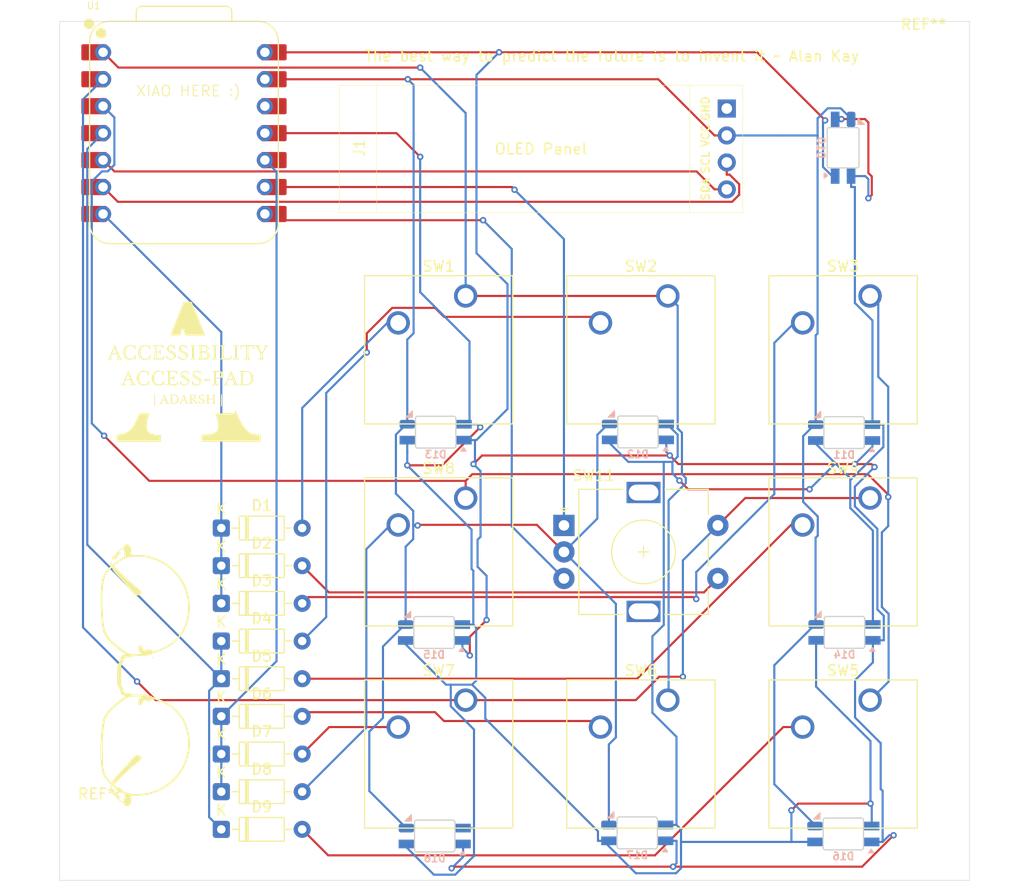
<source format=kicad_pcb>
(kicad_pcb (version 20241229) (generator "pcbnew") (generator_version "9.0")
  (layers (0 "F.Cu" signal) (2 "B.Cu" signal) (13 "F.Paste" user) (15 "B.Paste" user) (5 "F.SilkS" user "F.Silkscreen") (7 "B.SilkS" user "B.Silkscreen") (1 "F.Mask" user) (3 "B.Mask" user) (25 "Edge.Cuts" user))
  (net 0 "")
  (net 1 "+5V")
  (net 2 "GND")
  (net 3 "Net-(D1-A)")
  (net 4 "Row 1")
  (net 5 "EC11SWB")
  (net 6 "Net-(D3-A)")
  (net 7 "Net-(D4-A)")
  (net 8 "unconnected-(U1-3V3-Pad12)")
  (net 9 "Row 0")
  (net 10 "Net-(D5-A)")
  (net 11 "Net-(D6-A)")
  (net 12 "Row 2")
  (net 13 "Net-(D7-A)")
  (net 14 "Net-(D8-A)")
  (net 15 "Net-(D9-A)")
  (net 16 "WS2812B")
  (net 17 "SDA")
  (net 18 "VCC")
  (net 19 "SCL")
  (net 20 "Col 0")
  (net 21 "Col 2")
  (net 22 "Col 1")
  (net 23 "EC11A")
  (net 24 "EC11B")
  (footprint "Diode_THT:D_DO-35_SOD27_P7.62mm_Horizontal" (layer "F.Cu") (at 72.39 108.325)
    (property "Reference" "D8")
    (property "Value" "1N4148WT")
  )
  (footprint "Button_Switch_Keyboard:SW_Cherry_MX_1.00u_PCB" (layer "F.Cu") (at 114.4588 61.595)
    (property "Reference" "SW2")
    (property "Value" "SW_Push_45deg")
  )
  (footprint "MountingHole:MountingHole_3.2mm_M3" (layer "F.Cu") (at 61.022763 112.685612)
    (property "Reference" "REF**")
    (property "Value" "MountingHole_3.2mm_M3")
  )
  (footprint "Diode_THT:D_DO-35_SOD27_P7.62mm_Horizontal" (layer "F.Cu") (at 72.39 83.475)
    (property "Reference" "D1")
    (property "Value" "1N4148WT")
  )
  (footprint "Rotary_Encoder:glasses" (layer "F.Cu") (at 64.762561 97.360783 90)
    (property "Reference" "G***" (hide yes))
    (property "Value" "LOGO" (hide yes))
  )
  (footprint "Diode_THT:D_DO-35_SOD27_P7.62mm_Horizontal" (layer "F.Cu") (at 72.39 97.675)
    (property "Reference" "D5")
    (property "Value" "1N4148WT")
  )
  (footprint "Diode_THT:D_DO-35_SOD27_P7.62mm_Horizontal" (layer "F.Cu") (at 72.39 90.575)
    (property "Reference" "D3")
    (property "Value" "1N4148WT")
  )
  (footprint "Diode_THT:D_DO-35_SOD27_P7.62mm_Horizontal" (layer "F.Cu") (at 72.39 101.225)
    (property "Reference" "D6")
    (property "Value" "1N4148WT")
  )
  (footprint "Button_Switch_Keyboard:SW_Cherry_MX_1.00u_PCB" (layer "F.Cu") (at 133.5088 61.595)
    (property "Reference" "SW3")
    (property "Value" "SW_Push_45deg")
  )
  (footprint "Button_Switch_Keyboard:SW_Cherry_MX_1.00u_PCB" (layer "F.Cu") (at 95.4088 99.695)
    (property "Reference" "SW7")
    (property "Value" "SW_Push_45deg")
  )
  (footprint "Button_Switch_Keyboard:SW_Cherry_MX_1.00u_PCB" (layer "F.Cu") (at 133.5088 80.645)
    (property "Reference" "SW4")
    (property "Value" "SW_Push_45deg")
  )
  (footprint "Diode_THT:D_DO-35_SOD27_P7.62mm_Horizontal" (layer "F.Cu") (at 72.39 111.875)
    (property "Reference" "D9")
    (property "Value" "1N4148WT")
  )
  (footprint "Diode_THT:D_DO-35_SOD27_P7.62mm_Horizontal" (layer "F.Cu") (at 72.39 87.025)
    (property "Reference" "D2")
    (property "Value" "1N4148WT")
  )
  (footprint "Diode_THT:D_DO-35_SOD27_P7.62mm_Horizontal" (layer "F.Cu") (at 72.39 94.125)
    (property "Reference" "D4")
    (property "Value" "1N4148WT")
  )
  (footprint "Library:SSD1306-0.91-OLED-4pin-128x32" (layer "F.Cu") (at 83.5088 41.74)
    (property "Reference" "J1")
    (property "Value" "OLED_DISPLAY")
  )
  (footprint "OPL:XIAO-RP2040-DIP" (layer "F.Cu") (at 68.8728 46.2495)
    (property "Reference" "U1")
    (property "Value" "XIAO-RP2040-DIP")
  )
  (footprint "MountingHole:MountingHole_3.2mm_M3" (layer "F.Cu") (at 138.552836 40.150997)
    (property "Reference" "REF**")
    (property "Value" "MountingHole_3.2mm_M3")
  )
  (footprint "Button_Switch_Keyboard:SW_Cherry_MX_1.00u_PCB" (layer "F.Cu") (at 95.4088 61.595)
    (property "Reference" "SW1")
    (property "Value" "SW_Push_45deg")
  )
  (footprint "Rotary_Encoder:betterlogo" (layer "F.Cu") (at 69.05625 66.675)
    (property "Reference" "G***" (hide yes))
    (property "Value" "LOGO" (hide yes))
  )
  (footprint "Button_Switch_Keyboard:SW_Cherry_MX_1.00u_PCB" (layer "F.Cu") (at 114.4588 99.695)
    (property "Reference" "SW6")
    (property "Value" "SW_Push_45deg")
  )
  (footprint "Rotary_Encoder:RotaryEncoder_Alps_EC11E-Switch_Vertical_H20mm" (layer "F.Cu") (at 104.6688 83.225)
    (property "Reference" "SW11")
    (property "Value" "RotaryEncoder_Switch")
  )
  (footprint "Diode_THT:D_DO-35_SOD27_P7.62mm_Horizontal" (layer "F.Cu") (at 72.39 104.775)
    (property "Reference" "D7")
    (property "Value" "1N4148WT")
  )
  (footprint "Button_Switch_Keyboard:SW_Cherry_MX_1.00u_PCB" (layer "F.Cu") (at 95.4088 80.645)
    (property "Reference" "SW8")
    (property "Value" "SW_Push_45deg")
  )
  (footprint "Button_Switch_Keyboard:SW_Cherry_MX_1.00u_PCB" (layer "F.Cu") (at 133.5088 99.695)
    (property "Reference" "SW5")
    (property "Value" "SW_Push_45deg")
  )
  (footprint "Rotary_Encoder:SK6812-MINI-E" (layer "B.Cu") (at 111.6362 74.4151 180)
    (property "Reference" "D12")
    (property "Value" "WS2812B" (hide yes))
    (fp_line (start 1.9 1.3) (end 1.9 -1.3) (stroke (width 0.12)) (layer "Edge.Cuts"))
    (fp_line (start 1.7 -1.5) (end -1.7 -1.5) (stroke (width 0.12)) (layer "Edge.Cuts"))
    (fp_line (start -1.7 1.5) (end 1.7 1.5) (stroke (width 0.12)) (layer "Edge.Cuts"))
    (fp_line (start -1.9 -1.3) (end -1.9 1.3) (stroke (width 0.12)) (layer "Edge.Cuts"))
    (fp_arc (start 1.9 1.3) (mid 1.841421 1.441421) (end 1.7 1.5) (stroke (width 0.12)) (layer "Edge.Cuts"))
    (fp_arc (start 1.7 -1.5) (mid 1.841421 -1.441421) (end 1.9 -1.3) (stroke (width 0.12)) (layer "Edge.Cuts"))
    (fp_arc (start -1.7 1.5) (mid -1.841421 1.441421) (end -1.9 1.3) (stroke (width 0.12)) (layer "Edge.Cuts"))
    (fp_arc (start -1.9 -1.3) (mid -1.841421 -1.441421) (end -1.7 -1.5) (stroke (width 0.12)) (layer "Edge.Cuts"))
  )
  (footprint "Rotary_Encoder:SK6812-MINI-E" (layer "B.Cu") (at 130.9688 47.625 90)
    (property "Reference" "D10")
    (property "Value" "WS2812B" (hide yes))
    (fp_line (start 1.7 -1.5) (end -1.7 -1.5) (stroke (width 0.12)) (layer "Edge.Cuts"))
    (fp_line (start -1.9 -1.3) (end -1.9 1.3) (stroke (width 0.12)) (layer "Edge.Cuts"))
    (fp_line (start 1.9 1.3) (end 1.9 -1.3) (stroke (width 0.12)) (layer "Edge.Cuts"))
    (fp_line (start -1.7 1.5) (end 1.7 1.5) (stroke (width 0.12)) (layer "Edge.Cuts"))
    (fp_arc (start 1.7 -1.5) (mid 1.841421 -1.441421) (end 1.9 -1.3) (stroke (width 0.12)) (layer "Edge.Cuts"))
    (fp_arc (start -1.9 -1.3) (mid -1.841421 -1.441421) (end -1.7 -1.5) (stroke (width 0.12)) (layer "Edge.Cuts"))
    (fp_arc (start 1.9 1.3) (mid 1.841421 1.441421) (end 1.7 1.5) (stroke (width 0.12)) (layer "Edge.Cuts"))
    (fp_arc (start -1.7 1.5) (mid -1.841421 1.441421) (end -1.9 1.3) (stroke (width 0.12)) (layer "Edge.Cuts"))
  )
  (footprint "Rotary_Encoder:SK6812-MINI-E" (layer "B.Cu") (at 131.0979 93.3077 180)
    (property "Reference" "D14")
    (property "Value" "WS2812B" (hide yes))
    (fp_line (start 1.9 1.3) (end 1.9 -1.3) (stroke (width 0.12)) (layer "Edge.Cuts"))
    (fp_line (start 1.7 -1.5) (end -1.7 -1.5) (stroke (width 0.12)) (layer "Edge.Cuts"))
    (fp_line (start -1.7 1.5) (end 1.7 1.5) (stroke (width 0.12)) (layer "Edge.Cuts"))
    (fp_line (start -1.9 -1.3) (end -1.9 1.3) (stroke (width 0.12)) (layer "Edge.Cuts"))
    (fp_arc (start 1.9 1.3) (mid 1.841421 1.441421) (end 1.7 1.5) (stroke (width 0.12)) (layer "Edge.Cuts"))
    (fp_arc (start 1.7 -1.5) (mid 1.841421 -1.441421) (end 1.9 -1.3) (stroke (width 0.12)) (layer "Edge.Cuts"))
    (fp_arc (start -1.7 1.5) (mid -1.841421 1.441421) (end -1.9 1.3) (stroke (width 0.12)) (layer "Edge.Cuts"))
    (fp_arc (start -1.9 -1.3) (mid -1.841421 -1.441421) (end -1.7 -1.5) (stroke (width 0.12)) (layer "Edge.Cuts"))
  )
  (footprint "Rotary_Encoder:SK6812-MINI-E" (layer "B.Cu") (at 92.4298 93.3209 180)
    (property "Reference" "D15")
    (property "Value" "WS2812B" (hide yes))
    (fp_line (start 1.9 1.3) (end 1.9 -1.3) (stroke (width 0.12)) (layer "Edge.Cuts"))
    (fp_line (start 1.7 -1.5) (end -1.7 -1.5) (stroke (width 0.12)) (layer "Edge.Cuts"))
    (fp_line (start -1.7 1.5) (end 1.7 1.5) (stroke (width 0.12)) (layer "Edge.Cuts"))
    (fp_line (start -1.9 -1.3) (end -1.9 1.3) (stroke (width 0.12)) (layer "Edge.Cuts"))
    (fp_arc (start 1.9 1.3) (mid 1.841421 1.441421) (end 1.7 1.5) (stroke (width 0.12)) (layer "Edge.Cuts"))
    (fp_arc (start 1.7 -1.5) (mid 1.841421 -1.441421) (end 1.9 -1.3) (stroke (width 0.12)) (layer "Edge.Cuts"))
    (fp_arc (start -1.7 1.5) (mid -1.841421 1.441421) (end -1.9 1.3) (stroke (width 0.12)) (layer "Edge.Cuts"))
    (fp_arc (start -1.9 -1.3) (mid -1.841421 -1.441421) (end -1.7 -1.5) (stroke (width 0.12)) (layer "Edge.Cuts"))
  )
  (footprint "Rotary_Encoder:SK6812-MINI-E" (layer "B.Cu") (at 92.584 74.4374 180)
    (property "Reference" "D13")
    (property "Value" "WS2812B" (hide yes))
    (fp_line (start 1.9 1.3) (end 1.9 -1.3) (stroke (width 0.12)) (layer "Edge.Cuts"))
    (fp_line (start 1.7 -1.5) (end -1.7 -1.5) (stroke (width 0.12)) (layer "Edge.Cuts"))
    (fp_line (start -1.7 1.5) (end 1.7 1.5) (stroke (width 0.12)) (layer "Edge.Cuts"))
    (fp_line (start -1.9 -1.3) (end -1.9 1.3) (stroke (width 0.12)) (layer "Edge.Cuts"))
    (fp_arc (start 1.9 1.3) (mid 1.841421 1.441421) (end 1.7 1.5) (stroke (width 0.12)) (layer "Edge.Cuts"))
    (fp_arc (start 1.7 -1.5) (mid 1.841421 -1.441421) (end 1.9 -1.3) (stroke (width 0.12)) (layer "Edge.Cuts"))
    (fp_arc (start -1.7 1.5) (mid -1.841421 1.441421) (end -1.9 1.3) (stroke (width 0.12)) (layer "Edge.Cuts"))
    (fp_arc (start -1.9 -1.3) (mid -1.841421 -1.441421) (end -1.7 -1.5) (stroke (width 0.12)) (layer "Edge.Cuts"))
  )
  (footprint "Rotary_Encoder:SK6812-MINI-E" (layer "B.Cu") (at 111.5753 112.2064 180)
    (property "Reference" "D17")
    (property "Value" "WS2812B" (hide yes))
    (fp_line (start 1.9 1.3) (end 1.9 -1.3) (stroke (width 0.12)) (layer "Edge.Cuts"))
    (fp_line (start 1.7 -1.5) (end -1.7 -1.5) (stroke (width 0.12)) (layer "Edge.Cuts"))
    (fp_line (start -1.7 1.5) (end 1.7 1.5) (stroke (width 0.12)) (layer "Edge.Cuts"))
    (fp_line (start -1.9 -1.3) (end -1.9 1.3) (stroke (width 0.12)) (layer "Edge.Cuts"))
    (fp_arc (start 1.9 1.3) (mid 1.841421 1.441421) (end 1.7 1.5) (stroke (width 0.12)) (layer "Edge.Cuts"))
    (fp_arc (start 1.7 -1.5) (mid 1.841421 -1.441421) (end 1.9 -1.3) (stroke (width 0.12)) (layer "Edge.Cuts"))
    (fp_arc (start -1.7 1.5) (mid -1.841421 1.441421) (end -1.9 1.3) (stroke (width 0.12)) (layer "Edge.Cuts"))
    (fp_arc (start -1.9 -1.3) (mid -1.841421 -1.441421) (end -1.7 -1.5) (stroke (width 0.12)) (layer "Edge.Cuts"))
  )
  (footprint "Rotary_Encoder:SK6812-MINI-E" (layer "B.Cu") (at 130.9903 112.3105 180)
    (property "Reference" "D16")
    (property "Value" "WS2812B" (hide yes))
    (fp_line (start 1.9 1.3) (end 1.9 -1.3) (stroke (width 0.12)) (layer "Edge.Cuts"))
    (fp_line (start 1.7 -1.5) (end -1.7 -1.5) (stroke (width 0.12)) (layer "Edge.Cuts"))
    (fp_line (start -1.7 1.5) (end 1.7 1.5) (stroke (width 0.12)) (layer "Edge.Cuts"))
    (fp_line (start -1.9 -1.3) (end -1.9 1.3) (stroke (width 0.12)) (layer "Edge.Cuts"))
    (fp_arc (start 1.9 1.3) (mid 1.841421 1.441421) (end 1.7 1.5) (stroke (width 0.12)) (layer "Edge.Cuts"))
    (fp_arc (start 1.7 -1.5) (mid 1.841421 -1.441421) (end 1.9 -1.3) (stroke (width 0.12)) (layer "Edge.Cuts"))
    (fp_arc (start -1.7 1.5) (mid -1.841421 1.441421) (end -1.9 1.3) (stroke (width 0.12)) (layer "Edge.Cuts"))
    (fp_arc (start -1.9 -1.3) (mid -1.841421 -1.441421) (end -1.7 -1.5) (stroke (width 0.12)) (layer "Edge.Cuts"))
  )
  (footprint "Rotary_Encoder:SK6812-MINI-E" (layer "B.Cu") (at 92.4943 112.5043 180)
    (property "Reference" "D18")
    (property "Value" "WS2812B" (hide yes))
    (fp_line (start 1.9 1.3) (end 1.9 -1.3) (stroke (width 0.12)) (layer "Edge.Cuts"))
    (fp_line (start 1.7 -1.5) (end -1.7 -1.5) (stroke (width 0.12)) (layer "Edge.Cuts"))
    (fp_line (start -1.7 1.5) (end 1.7 1.5) (stroke (width 0.12)) (layer "Edge.Cuts"))
    (fp_line (start -1.9 -1.3) (end -1.9 1.3) (stroke (width 0.12)) (layer "Edge.Cuts"))
    (fp_arc (start 1.9 1.3) (mid 1.841421 1.441421) (end 1.7 1.5) (stroke (width 0.12)) (layer "Edge.Cuts"))
    (fp_arc (start 1.7 -1.5) (mid 1.841421 -1.441421) (end 1.9 -1.3) (stroke (width 0.12)) (layer "Edge.Cuts"))
    (fp_arc (start -1.7 1.5) (mid -1.841421 1.441421) (end -1.9 1.3) (stroke (width 0.12)) (layer "Edge.Cuts"))
    (fp_arc (start -1.9 -1.3) (mid -1.841421 -1.441421) (end -1.7 -1.5) (stroke (width 0.12)) (layer "Edge.Cuts"))
  )
  (footprint "Rotary_Encoder:SK6812-MINI-E" (layer "B.Cu") (at 131.0591 74.4739 180)
    (property "Reference" "D11")
    (property "Value" "WS2812B" (hide yes))
    (fp_line (start 1.9 1.3) (end 1.9 -1.3) (stroke (width 0.12)) (layer "Edge.Cuts"))
    (fp_line (start 1.7 -1.5) (end -1.7 -1.5) (stroke (width 0.12)) (layer "Edge.Cuts"))
    (fp_line (start -1.7 1.5) (end 1.7 1.5) (stroke (width 0.12)) (layer "Edge.Cuts"))
    (fp_line (start -1.9 -1.3) (end -1.9 1.3) (stroke (width 0.12)) (layer "Edge.Cuts"))
    (fp_arc (start 1.9 1.3) (mid 1.841421 1.441421) (end 1.7 1.5) (stroke (width 0.12)) (layer "Edge.Cuts"))
    (fp_arc (start 1.7 -1.5) (mid 1.841421 -1.441421) (end 1.9 -1.3) (stroke (width 0.12)) (layer "Edge.Cuts"))
    (fp_arc (start -1.7 1.5) (mid -1.841421 1.441421) (end -1.9 1.3) (stroke (width 0.12)) (layer "Edge.Cuts"))
    (fp_arc (start -1.9 -1.3) (mid -1.841421 -1.441421) (end -1.7 -1.5) (stroke (width 0.12)) (layer "Edge.Cuts"))
  )
  (gr_rect (start 57.15 35.71875) (end 142.875 116.68125) (stroke (width 0.05)) (fill no) (layer "Edge.Cuts"))
  (gr_text "The best way to predict the future is to invent it ~ Alan Kay" (at 85.798527 39.569173 0) (layer "F.SilkS") (effects (font (size 1 1)) (justify left bottom)))
  (gr_text "XIAO HERE :)" (at 64.29375 42.8625 0) (layer "F.SilkS") (effects (font (size 1 1) (thickness 0.1)) (justify left bottom)))
  (segment (start 129.2641 45.0225) (end 129.2625 45.0225) (width 0.2) (layer "F.Cu") (net 1))
  (segment (start 114.9495 115.3938) (end 94.2415 115.3938) (width 0.2) (layer "F.Cu") (net 1))
  (segment (start 129.2657 45.0241) (end 129.2657 45.0257) (width 0.2) (layer "F.Cu") (net 1))
  (segment (start 129.2689 45.0337) (end 129.2689 45.0353) (width 0.2) (layer "F.Cu") (net 1))
  (segment (start 129.2721 45.0481) (end 129.2721 45.0465) (width 0.2) (layer "F.Cu") (net 1))
  (segment (start 129.2673 45.0321) (end 129.2673 45.0337) (width 0.2) (layer "F.Cu") (net 1))
  (segment (start 94.2415 115.3938) (end 94.089 115.5463) (width 0.2) (layer "F.Cu") (net 1))
  (segment (start 129.2705 45.0353) (end 129.2705 45.0369) (width 0.2) (layer "F.Cu") (net 1))
  (segment (start 129.2657 45.0257) (end 129.2657 45.0273) (width 0.2) (layer "F.Cu") (net 1))
  (segment (start 129.2657 45.0241) (end 129.2657 45.0257) (width 0.2) (layer "F.Cu") (net 1))
  (segment (start 129.2737 45.0465) (end 129.2721 45.0465) (width 0.2) (layer "F.Cu") (net 1))
  (segment (start 129.2689 45.0353) (end 129.2705 45.0353) (width 0.2) (layer "F.Cu") (net 1))
  (segment (start 115.4499 77.4458) (end 132.0784 77.4458) (width 0.2) (layer "F.Cu") (net 1))
  (segment (start 129.2721 45.0481) (end 129.2721 45.0497) (width 0.2) (layer "F.Cu") (net 1))
  (segment (start 129.2657 45.0289) (end 129.2673 45.0289) (width 0.2) (layer "F.Cu") (net 1))
  (segment (start 129.2641 45.0241) (end 129.2641 45.0257) (width 0.2) (layer "F.Cu") (net 1))
  (segment (start 129.2705 45.0353) (end 129.2721 45.0353) (width 0.2) (layer "F.Cu") (net 1))
  (segment (start 129.2705 45.0385) (end 129.2721 45.0385) (width 0.2) (layer "F.Cu") (net 1))
  (segment (start 129.2689 45.0353) (end 129.2689 45.0337) (width 0.2) (layer "F.Cu") (net 1))
  (segment (start 129.2625 45.0225) (end 122.8695 38.6295) (width 0.2) (layer "F.Cu") (net 1))
  (segment (start 129.2673 45.0337) (end 129.2673 45.0321) (width 0.2) (layer "F.Cu") (net 1))
  (segment (start 95.8003 93.7235) (end 95.8003 95.4855) (width 0.2) (layer "F.Cu") (net 1))
  (segment (start 94.089 115.5463) (end 94.0875 115.5463) (width 0.2) (layer "F.Cu") (net 1))
  (segment (start 129.2641 45.0257) (end 129.2641 45.0241) (width 0.2) (layer "F.Cu") (net 1))
  (segment (start 129.2673 45.0289) (end 129.2673 45.0305) (width 0.2) (layer "F.Cu") (net 1))
  (segment (start 129.2721 45.0385) (end 129.2721 45.0401) (width 0.2) (layer "F.Cu") (net 1))
  (segment (start 129.2689 45.0369) (end 129.2689 45.0353) (width 0.2) (layer "F.Cu") (net 1))
  (segment (start 129.2673 45.0321) (end 129.2689 45.0321) (width 0.2) (layer "F.Cu") (net 1))
  (segment (start 129.2721 45.0433) (end 129.2721 45.0449) (width 0.2) (layer "F.Cu") (net 1))
  (segment (start 129.2641 45.0241) (end 129.2657 45.0241) (width 0.2) (layer "F.Cu") (net 1))
  (segment (start 135.7207 112.4329) (end 132.7598 115.3938) (width 0.2) (layer "F.Cu") (net 1))
  (segment (start 129.2721 45.0353) (end 129.2705 45.0353) (width 0.2) (layer "F.Cu") (net 1))
  (segment (start 129.2657 45.0273) (end 129.2657 45.0257) (width 0.2) (layer "F.Cu") (net 1))
  (segment (start 122.8695 38.6295) (end 98.5576 38.6295) (width 0.2) (layer "F.Cu") (net 1))
  (segment (start 129.2641 45.0225) (end 129.2641 45.0241) (width 0.2) (layer "F.Cu") (net 1))
  (segment (start 76.4928 38.6295) (end 77.3278 38.6295) (width 0.2) (layer "F.Cu") (net 1))
  (segment (start 129.2721 45.0385) (end 129.2705 45.0385) (width 0.2) (layer "F.Cu") (net 1))
  (segment (start 129.2657 45.0289) (end 129.2673 45.0289) (width 0.2) (layer "F.Cu") (net 1))
  (segment (start 129.2721 45.0449) (end 129.2721 45.0433) (width 0.2) (layer "F.Cu") (net 1))
  (segment (start 129.2721 45.0401) (end 129.2721 45.0417) (width 0.2) (layer "F.Cu") (net 1))
  (segment (start 129.2657 45.0257) (end 129.2657 45.0241) (width 0.2) (layer "F.Cu") (net 1))
  (segment (start 129.2657 45.0273) (end 129.2657 45.0289) (width 0.2) (layer "F.Cu") (net 1))
  (segment (start 129.2689 45.0337) (end 129.2689 45.0321) (width 0.2) (layer "F.Cu") (net 1))
  (segment (start 129.2673 45.0321) (end 129.2689 45.0321) (width 0.2) (layer "F.Cu") (net 1))
  (segment (start 129.2689 45.0321) (end 129.2689 45.0337) (width 0.2) (layer "F.Cu") (net 1))
  (segment (start 129.2625 45.0225) (end 129.2641 45.0225) (width 0.2) (layer "F.Cu") (net 1))
  (segment (start 129.2673 45.0289) (end 129.2673 45.0305) (width 0.2) (layer "F.Cu") (net 1))
  (segment (start 96.9558 76.6346) (end 114.6387 76.6346) (width 0.2) (layer "F.Cu") (net 1))
  (segment (start 129.2673 45.0289) (end 129.2657 45.0289) (width 0.2) (layer "F.Cu") (net 1))
  (segment (start 94.0875 115.5462) (end 94.0875 115.5463) (width 0.2) (layer "F.Cu") (net 1))
  (segment (start 129.2721 45.0465) (end 129.2737 45.0465) (width 0.2) (layer "F.Cu") (net 1))
  (segment (start 129.2705 45.0353) (end 129.2705 45.0369) (width 0.2) (layer "F.Cu") (net 1))
  (segment (start 129.2673 45.0305) (end 129.2689 45.0305) (width 0.2) (layer "F.Cu") (net 1))
  (segment (start 129.2657 45.0289) (end 129.2657 45.0273) (width 0.2) (layer "F.Cu") (net 1))
  (segment (start 129.2705 45.0385) (end 129.2705 45.0369) (width 0.2) (layer "F.Cu") (net 1))
  (segment (start 129.2705 45.0369) (end 129.2705 45.0385) (width 0.2) (layer "F.Cu") (net 1))
  (segment (start 133.6457 77.4458) (end 133.9241 77.7242) (width 0.2) (layer "F.Cu") (net 1))
  (segment (start 129.2673 45.0305) (end 129.2673 45.0289) (width 0.2) (layer "F.Cu") (net 1))
  (segment (start 129.2673 45.0321) (end 129.2673 45.0305) (width 0.2) (layer "F.Cu") (net 1))
  (segment (start 129.2657 45.0273) (end 129.2673 45.0273) (width 0.2) (layer "F.Cu") (net 1))
  (segment (start 129.2657 45.0241) (end 129.2673 45.0241) (width 0.2) (layer "F.Cu") (net 1))
  (segment (start 96.1446 77.4458) (end 96.9558 76.6346) (width 0.2) (layer "F.Cu") (net 1))
  (segment (start 129.2689 45.0353) (end 129.2689 45.0369) (width 0.2) (layer "F.Cu") (net 1))
  (segment (start 129.2721 45.0401) (end 129.2737 45.0401) (width 0.2) (layer "F.Cu") (net 1))
  (segment (start 129.2721 45.0497) (end 129.2721 45.0481) (width 0.2) (layer "F.Cu") (net 1))
  (segment (start 129.2657 45.0257) (end 129.2657 45.0273) (width 0.2) (layer "F.Cu") (net 1))
  (segment (start 129.2705 45.0401) (end 129.2705 45.0385) (width 0.2) (layer "F.Cu") (net 1))
  (segment (start 129.2721 45.0481) (end 129.2737 45.0481) (width 0.2) (layer "F.Cu") (net 1))
  (segment (start 129.2641 45.0241) (end 129.2641 45.0225) (width 0.2) (layer "F.Cu") (net 1))
  (segment (start 129.2673 45.0273) (end 129.2657 45.0273) (width 0.2) (layer "F.Cu") (net 1))
  (segment (start 129.2721 45.0385) (end 129.2721 45.0401) (width 0.2) (layer "F.Cu") (net 1))
  (segment (start 129.2721 45.0465) (end 129.2721 45.0481) (width 0.2) (layer "F.Cu") (net 1))
  (segment (start 129.2689 45.0337) (end 129.2705 45.0337) (width 0.2) (layer "F.Cu") (net 1))
  (segment (start 132.7598 115.3938) (end 114.9495 115.3938) (width 0.2) (layer "F.Cu") (net 1))
  (segment (start 129.2705 45.0385) (end 129.2721 45.0385) (width 0.2) (layer "F.Cu") (net 1))
  (segment (start 129.2721 45.0417) (end 129.2721 45.0433) (width 0.2) (layer "F.Cu") (net 1))
  (segment (start 129.2737 45.0481) (end 129.2721 45.0481) (width 0.2) (layer "F.Cu") (net 1))
  (segment (start 129.2625 45.0225) (end 129.2641 45.0225) (width 0.2) (layer "F.Cu") (net 1))
  (segment (start 129.2705 45.0353) (end 129.2689 45.0353) (width 0.2) (layer "F.Cu") (net 1))
  (segment (start 129.2641 45.0225) (end 129.2641 45.0241) (width 0.2) (layer "F.Cu") (net 1))
  (segment (start 129.2705 45.0369) (end 129.2705 45.0353) (width 0.2) (layer "F.Cu") (net 1))
  (segment (start 129.2721 45.0465) (end 129.2721 45.0449) (width 0.2) (layer "F.Cu") (net 1))
  (segment (start 129.2657 45.0289) (end 129.2657 45.0305) (width 0.2) (layer "F.Cu") (net 1))
  (segment (start 114.6387 76.6346) (end 115.4499 77.4458) (width 0.2) (layer "F.Cu") (net 1))
  (segment (start 129.2721 45.0433) (end 129.2721 45.0417) (width 0.2) (layer "F.Cu") (net 1))
  (segment (start 132.0784 77.4458) (end 133.6457 77.4458) (width 0.2) (layer "F.Cu") (net 1))
  (segment (start 129.2689 45.0321) (end 129.2689 45.0337) (width 0.2) (layer "F.Cu") (net 1))
  (segment (start 129.2673 45.0257) (end 129.2657 45.0257) (width 0.2) (layer "F.Cu") (net 1))
  (segment (start 97.3818 92.142) (end 95.8003 93.7235) (width 0.2) (layer "F.Cu") (net 1))
  (segment (start 129.2689 45.0337) (end 129.2689 45.0353) (width 0.2) (layer "F.Cu") (net 1))
  (segment (start 129.2705 45.0337) (end 129.2689 45.0337) (width 0.2) (layer "F.Cu") (net 1))
  (segment (start 129.2721 45.0449) (end 129.2721 45.0465) (width 0.2) (layer "F.Cu") (net 1))
  (segment (start 129.2673 45.0305) (end 129.2673 45.0321) (width 0.2) (layer "F.Cu") (net 1))
  (segment (start 129.2721 45.0417) (end 129.2721 45.0433) (width 0.2) (layer "F.Cu") (net 1))
  (segment (start 129.2673 45.0241) (end 129.2657 45.0241) (width 0.2) (layer "F.Cu") (net 1))
  (segment (start 129.2689 45.0305) (end 129.2673 45.0305) (width 0.2) (layer "F.Cu") (net 1))
  (segment (start 129.2673 45.0305) (end 129.2673 45.0321) (width 0.2) (layer "F.Cu") (net 1))
  (segment (start 129.2689 45.0321) (end 129.2673 45.0321) (width 0.2) (layer "F.Cu") (net 1))
  (segment (start 129.2721 45.0433) (end 129.2721 45.0449) (width 0.2) (layer "F.Cu") (net 1))
  (segment (start 129.2721 45.0401) (end 129.2721 45.0417) (width 0.2) (layer "F.Cu") (net 1))
  (segment (start 77.3278 38.6295) (end 98.5576 38.6295) (width 0.2) (layer "F.Cu") (net 1))
  (segment (start 129.2657 45.0305) (end 129.2657 45.0289) (width 0.2) (layer "F.Cu") (net 1))
  (segment (start 129.2721 45.0401) (end 129.2721 45.0385) (width 0.2) (layer "F.Cu") (net 1))
  (segment (start 129.2737 45.0401) (end 129.2721 45.0401) (width 0.2) (layer "F.Cu") (net 1))
  (segment (start 129.2705 45.0369) (end 129.2705 45.0385) (width 0.2) (layer "F.Cu") (net 1))
  (segment (start 94.0875 115.5463) (end 94.0875 115.5462) (width 0.2) (layer "F.Cu") (net 1))
  (segment (start 129.2721 45.0465) (end 129.2721 45.0481) (width 0.2) (layer "F.Cu") (net 1))
  (segment (start 129.2705 45.0385) (end 129.2705 45.0401) (width 0.2) (layer "F.Cu") (net 1))
  (segment (start 129.2657 45.0257) (end 129.2673 45.0257) (width 0.2) (layer "F.Cu") (net 1))
  (segment (start 129.2721 45.0417) (end 129.2721 45.0401) (width 0.2) (layer "F.Cu") (net 1))
  (segment (start 129.2689 45.0353) (end 129.2705 45.0353) (width 0.2) (layer "F.Cu") (net 1))
  (segment (start 129.2657 45.0273) (end 129.2657 45.0289) (width 0.2) (layer "F.Cu") (net 1))
  (segment (start 129.2721 45.0449) (end 129.2721 45.0465) (width 0.2) (layer "F.Cu") (net 1))
  (via (at 96.1446 77.4458) (size 0.6) (drill 0.3) (layers "F.Cu" "B.Cu") (net 1))
  (via (at 129.2721 45.0481) (size 0.6) (drill 0.3) (layers "F.Cu" "B.Cu") (net 1))
  (via (at 132.0784 77.4458) (size 0.6) (drill 0.3) (layers "F.Cu" "B.Cu") (net 1))
  (via (at 98.5576 38.6295) (size 0.6) (drill 0.3) (layers "F.Cu" "B.Cu") (net 1))
  (via (at 94.0875 115.5463) (size 0.6) (drill 0.3) (layers "F.Cu" "B.Cu") (net 1))
  (via (at 133.9241 77.7242) (size 0.6) (drill 0.3) (layers "F.Cu" "B.Cu") (net 1))
  (via (at 135.7207 112.4329) (size 0.6) (drill 0.3) (layers "F.Cu" "B.Cu") (net 1))
  (via (at 97.3818 92.142) (size 0.6) (drill 0.3) (layers "F.Cu" "B.Cu") (net 1))
  (via (at 114.6387 76.6346) (size 0.6) (drill 0.3) (layers "F.Cu" "B.Cu") (net 1))
  (via (at 114.9495 115.3938) (size 0.6) (drill 0.3) (layers "F.Cu" "B.Cu") (net 1))
  (via (at 95.8003 95.4855) (size 0.6) (drill 0.3) (layers "F.Cu" "B.Cu") (net 1))
  (segment (start 129.2721 45.0497) (end 129.2721 45.0481) (width 0.2) (layer "B.Cu") (net 1))
  (segment (start 129.2721 45.0385) (end 129.2721 45.0401) (width 0.2) (layer "B.Cu") (net 1))
  (segment (start 135.3196 112.4329) (end 134.692 113.0605) (width 0.2) (layer "B.Cu") (net 1))
  (segment (start 99.3505 60.4853) (end 96.4278 57.5626) (width 0.2) (layer "B.Cu") (net 1))
  (segment (start 129.2689 45.0337) (end 129.2689 45.0353) (width 0.2) (layer "B.Cu") (net 1))
  (segment (start 129.2705 45.0353) (end 129.2721 45.0353) (width 0.2) (layer "B.Cu") (net 1))
  (segment (start 133.7341 75.2239) (end 133.7341 75.7901) (width 0.2) (layer "B.Cu") (net 1))
  (segment (start 134.1967 83.5486) (end 134.1967 91.1467) (width 0.2) (layer "B.Cu") (net 1))
  (segment (start 134.7996 91.7496) (end 134.7996 94.0577) (width 0.2) (layer "B.Cu") (net 1))
  (segment (start 97.3818 87.9753) (end 97.3818 92.142) (width 0.2) (layer "B.Cu") (net 1))
  (segment (start 129.2721 45.0481) (end 129.2737 45.0481) (width 0.2) (layer "B.Cu") (net 1))
  (segment (start 134.5086 108.0661) (end 134.5086 103.7503) (width 0.2) (layer "B.Cu") (net 1))
  (segment (start 96.1446 77.4458) (end 96.8124 78.1136) (width 0.2) (layer "B.Cu") (net 1))
  (segment (start 129.0747 45.2103) (end 129.0747 49.4378) (width 0.2) (layer "B.Cu") (net 1))
  (segment (start 129.2657 45.0273) (end 129.2657 45.0257) (width 0.2) (layer "B.Cu") (net 1))
  (segment (start 129.2657 45.0241) (end 129.2657 45.0257) (width 0.2) (layer "B.Cu") (net 1))
  (segment (start 129.2721 45.0449) (end 129.2721 45.0433) (width 0.2) (layer "B.Cu") (net 1))
  (segment (start 115.277 112.9564) (end 115.277 115.0663) (width 0.2) (layer "B.Cu") (net 1))
  (segment (start 129.2721 45.0465) (end 129.2721 45.0481) (width 0.2) (layer "B.Cu") (net 1))
  (segment (start 129.2625 45.0225) (end 129.0747 45.2103) (width 0.2) (layer "B.Cu") (net 1))
  (segment (start 129.2721 45.0417) (end 129.2721 45.0433) (width 0.2) (layer "B.Cu") (net 1))
  (segment (start 134.692 113.0605) (end 134.692 108.2495) (width 0.2) (layer "B.Cu") (net 1))
  (segment (start 129.2689 45.0321) (end 129.2673 45.0321) (width 0.2) (layer "B.Cu") (net 1))
  (segment (start 129.2705 45.0401) (end 129.2705 45.0385) (width 0.2) (layer "B.Cu") (net 1))
  (segment (start 132.0933 101.335) (end 132.0933 97.817) (width 0.2) (layer "B.Cu") (net 1))
  (segment (start 129.2657 45.0257) (end 129.2673 45.0257) (width 0.2) (layer "B.Cu") (net 1))
  (segment (start 94.0875 115.5462) (end 94.0875 115.5463) (width 0.2) (layer "B.Cu") (net 1))
  (segment (start 129.2673 45.0337) (end 129.2673 45.0321) (width 0.2) (layer "B.Cu") (net 1))
  (segment (start 129.2673 45.0289) (end 129.2657 45.0289) (width 0.2) (layer "B.Cu") (net 1))
  (segment (start 129.2721 45.0401) (end 129.2721 45.0417) (width 0.2) (layer "B.Cu") (net 1))
  (segment (start 129.2641 45.0225) (end 129.2641 45.0241) (width 0.2) (layer "B.Cu") (net 1))
  (segment (start 129.2689 45.0337) (end 129.2705 45.0337) (width 0.2) (layer "B.Cu") (net 1))
  (segment (start 129.2641 45.0225) (end 129.2641 45.0241) (width 0.2) (layer "B.Cu") (net 1))
  (segment (start 95.8003 95.4855) (end 95.1048 94.79) (width 0.2) (layer "B.Cu") (net 1))
  (segment (start 129.2689 45.0337) (end 129.2689 45.0321) (width 0.2) (layer "B.Cu") (net 1))
  (segment (start 129.2705 45.0369) (end 129.2705 45.0385) (width 0.2) (layer "B.Cu") (net 1))
  (segment (start 129.2721 45.0465) (end 129.2721 45.0481) (width 0.2) (layer "B.Cu") (net 1))
  (segment (start 129.2721 45.0481) (end 129.2721 45.0465) (width 0.2) (layer "B.Cu") (net 1))
  (segment (start 129.2705 45.0385) (end 129.2705 45.0369) (width 0.2) (layer "B.Cu") (net 1))
  (segment (start 129.2721 45.0433) (end 129.2721 45.0449) (width 0.2) (layer "B.Cu") (net 1))
  (segment (start 129.2625 45.0225) (end 129.2641 45.0225) (width 0.2) (layer "B.Cu") (net 1))
  (segment (start 129.2689 45.0337) (end 129.2689 45.0353) (width 0.2) (layer "B.Cu") (net 1))
  (segment (start 129.2673 45.0321) (end 129.2673 45.0337) (width 0.2) (layer "B.Cu") (net 1))
  (segment (start 129.2673 45.0321) (end 129.2689 45.0321) (width 0.2) (layer "B.Cu") (net 1))
  (segment (start 129.2721 45.0417) (end 129.2721 45.0433) (width 0.2) (layer "B.Cu") (net 1))
  (segment (start 129.2657 45.0305) (end 129.2657 45.0289) (width 0.2) (layer "B.Cu") (net 1))
  (segment (start 129.2657 45.0257) (end 129.2657 45.0273) (width 0.2) (layer "B.Cu") (net 1))
  (segment (start 133.7729 96.1374) (end 133.7729 94.0577) (width 0.2) (layer "B.Cu") (net 1))
  (segment (start 129.2689 45.0321) (end 129.2689 45.0337) (width 0.2) (layer "B.Cu") (net 1))
  (segment (start 96.4278 40.7593) (end 98.5576 38.6295) (width 0.2) (layer "B.Cu") (net 1))
  (segment (start 96.4278 57.5626) (end 96.4278 40.7593) (width 0.2) (layer "B.Cu") (net 1))
  (segment (start 129.2737 45.0401) (end 129.2721 45.0401) (width 0.2) (layer "B.Cu") (net 1))
  (segment (start 129.2721 45.0465) (end 129.2737 45.0465) (width 0.2) (layer "B.Cu") (net 1))
  (segment (start 129.0747 49.4378) (end 129.9369 50.3) (width 0.2) (layer "B.Cu") (net 1))
  (segment (start 129.2673 45.0321) (end 129.2673 45.0305) (width 0.2) (layer "B.Cu") (net 1))
  (segment (start 129.2689 45.0353) (end 129.2705 45.0353) (width 0.2) (layer "B.Cu") (net 1))
  (segment (start 96.2857 75.1874) (end 96.4183 75.1874) (width 0.2) (layer "B.Cu") (net 1))
  (segment (start 129.2705 45.0369) (end 129.2705 45.0353) (width 0.2) (layer "B.Cu") (net 1))
  (segment (start 94.0875 115.5462) (end 95.1693 114.4644) (width 0.2) (layer "B.Cu") (net 1))
  (segment (start 129.2721 45.0433) (end 129.2721 45.0417) (width 0.2) (layer "B.Cu") (net 1))
  (segment (start 129.2657 45.0289) (end 129.2657 45.0305) (width 0.2) (layer "B.Cu") (net 1))
  (segment (start 129.2673 45.0257) (end 129.2657 45.0257) (width 0.2) (layer "B.Cu") (net 1))
  (segment (start 133.7341 75.7901) (end 132.0784 77.4458) (width 0.2) (layer "B.Cu") (net 1))
  (segment (start 114.6387 76.6346) (end 114.3112 76.3071) (width 0.2) (layer "B.Cu") (net 1))
  (segment (start 129.2705 45.0385) (end 129.2721 45.0385) (width 0.2) (layer "B.Cu") (net 1))
  (segment (start 129.2641 45.0225) (end 129.2625 45.0225) (width 0.2) (layer "B.Cu") (net 1))
  (segment (start 135.7207 112.4329) (end 135.3196 112.4329) (width 0.2) (layer "B.Cu") (net 1))
  (segment (start 134.692 108.2495) (end 134.5086 108.0661) (width 0.2) (layer "B.Cu") (net 1))
  (segment (start 129.2721 45.0385) (end 129.2721 45.0401) (width 0.2) (layer "B.Cu") (net 1))
  (segment (start 132.0767 79.5716) (end 132.0767 81.4286) (width 0.2) (layer "B.Cu") (net 1))
  (segment (start 129.2737 45.0465) (end 129.2721 45.0465) (width 0.2) (layer "B.Cu") (net 1))
  (segment (start 129.2657 45.0241) (end 129.2657 45.0257) (width 0.2) (layer "B.Cu") (net 1))
  (segment (start 95.1048 94.79) (end 95.1048 94.0709) (width 0.2) (layer "B.Cu") (net 1))
  (segment (start 133.9241 77.7242) (end 132.0767 79.5716) (width 0.2) (layer "B.Cu") (net 1))
  (segment (start 129.2657 45.0289) (end 129.2673 45.0289) (width 0.2) (layer "B.Cu") (net 1))
  (segment (start 129.2689 45.0353) (end 129.2705 45.0353) (width 0.2) (layer "B.Cu") (net 1))
  (segment (start 129.2673 45.0289) (end 129.2673 45.0305) (width 0.2) (layer "B.Cu") (net 1))
  (segment (start 129.2721 45.0433) (end 129.2721 45.0449) (width 0.2) (layer "B.Cu") (net 1))
  (segment (start 129.2689 45.0321) (end 129.2689 45.0337) (width 0.2) (layer "B.Cu") (net 1))
  (segment (start 129.2705 45.0385) (end 129.2705 45.0401) (width 0.2) (layer "B.Cu") (net 1))
  (segment (start 129.2625 45.0225) (end 129.2641 45.0225) (width 0.2) (layer "B.Cu") (net 1))
  (segment (start 129.2705 45.0337) (end 129.2689 45.0337) (width 0.2) (layer "B.Cu") (net 1))
  (segment (start 129.2721 45.0353) (end 129.2705 45.0353) (width 0.2) (layer "B.Cu") (net 1))
  (segment (start 132.0767 81.4286) (end 134.1967 83.5486) (width 0.2) (layer "B.Cu") (net 1))
  (segment (start 129.2673 45.0321) (end 129.2689 45.0321) (width 0.2) (layer "B.Cu") (net 1))
  (segment (start 129.2657 45.0289) (end 129.2657 45.0273) (width 0.2) (layer "B.Cu") (net 1))
  (segment (start 129.2737 45.0481) (end 129.2721 45.0481) (width 0.2) (layer "B.Cu") (net 1))
  (segment (start 129.2721 45.0465) (end 129.2721 45.0449) (width 0.2) (layer "B.Cu") (net 1))
  (segment (start 96.5317 84.5721) (end 96.5317 87.1252) (width 0.2) (layer "B.Cu") (net 1))
  (segment (start 129.2657 45.0273) (end 129.2657 45.0289) (width 0.2) (layer "B.Cu") (net 1))
  (segment (start 129.2657 45.0257) (end 129.2657 45.0273) (width 0.2) (layer "B.Cu") (net 1))
  (segment (start 129.2689 45.0305) (end 129.2673 45.0305) (width 0.2) (layer "B.Cu") (net 1))
  (segment (start 129.2705 45.0353) (end 129.2705 45.0369) (width 0.2) (layer "B.Cu") (net 1))
  (segment (start 96.8124 84.2914) (end 96.5317 84.5721) (width 0.2) (layer "B.Cu") (net 1))
  (segment (start 129.2657 45.0257) (end 129.2657 45.0241) (width 0.2) (layer "B.Cu") (net 1))
  (segment (start 114.3112 76.3071) (end 114.3112 75.1651) (width 0.2) (layer "B.Cu") (net 1))
  (segment (start 129.2657 45.0273) (end 129.2657 45.0289) (width 0.2) (layer "B.Cu") (net 1))
  (segment (start 129.2657 45.0241) (end 129.2673 45.0241) (width 0.2) (layer "B.Cu") (net 1))
  (segment (start 129.2673 45.0305) (end 129.2673 45.0321) (width 0.2) (layer "B.Cu") (net 1))
  (segment (start 129.2641 45.0257) (end 129.2641 45.0241) (width 0.2) (layer "B.Cu") (net 1))
  (segment (start 96.8124 78.1136) (end 96.8124 84.2914) (width 0.2) (layer "B.Cu") (net 1))
  (segment (start 129.2721 45.0449) (end 129.2721 45.0465) (width 0.2) (layer "B.Cu") (net 1))
  (segment (start 129.2705 45.0369) (end 129.2705 45.0385) (width 0.2) (layer "B.Cu") (net 1))
  (segment (start 134.5086 103.7503) (end 132.0933 101.335) (width 0.2) (layer "B.Cu") (net 1))
  (segment (start 129.2721 45.0401) (end 129.2721 45.0385) (width 0.2) (layer "B.Cu") (net 1))
  (segment (start 129.2705 45.0353) (end 129.2705 45.0369) (width 0.2) (layer "B.Cu") (net 1))
  (segment (start 129.2721 45.0417) (end 129.2721 45.0401) (width 0.2) (layer "B.Cu") (net 1))
  (segment (start 129.2721 45.0401) (end 129.2737 45.0401) (width 0.2) (layer "B.Cu") (net 1))
  (segment (start 96.4183 75.1874) (end 99.3505 72.2552) (width 0.2) (layer "B.Cu") (net 1))
  (segment (start 114.2503 112.9564) (end 115.277 112.9564) (width 0.2) (layer "B.Cu") (net 1))
  (segment (start 129.2721 45.0385) (end 129.2705 45.0385) (width 0.2) (layer "B.Cu") (net 1))
  (segment (start 115.277 115.0663) (end 114.9495 115.3938) (width 0.2) (layer "B.Cu") (net 1))
  (segment (start 129.2641 45.0241) (end 129.2641 45.0225) (width 0.2) (layer "B.Cu") (net 1))
  (segment (start 99.3505 72.2552) (end 99.3505 60.4853) (width 0.2) (layer "B.Cu") (net 1))
  (segment (start 129.2657 45.0289) (end 129.2673 45.0289) (width 0.2) (layer "B.Cu") (net 1))
  (segment (start 133.6653 113.0605) (end 134.692 113.0605) (width 0.2) (layer "B.Cu") (net 1))
  (segment (start 129.2721 45.0449) (end 129.2721 45.0465) (width 0.2) (layer "B.Cu") (net 1))
  (segment (start 95.1693 114.4644) (end 95.1693 113.2543) (width 0.2) (layer "B.Cu") (net 1))
  (segment (start 129.2657 45.0273) (end 129.2673 45.0273) (width 0.2) (layer "B.Cu") (net 1))
  (segment (start 133.7729 94.0577) (end 134.7996 94.0577) (width 0.2) (layer "B.Cu") (net 1))
  (segment (start 129.2689 45.0353) (end 129.2689 45.0369) (width 0.2) (layer "B.Cu") (net 1))
  (segment (start 129.2689 45.0369) (end 129.2689 45.0353) (width 0.2) (layer "B.Cu") (net 1))
  (segment (start 129.2641 45.0241) (end 129.2657 45.0241) (width 0.2) (layer "B.Cu") (net 1))
  (segment (start 129.9369 50.3) (end 130.2188 50.3) (width 0.2) (layer "B.Cu") (net 1))
  (segment (start 96.2857 77.3047) (end 96.1446 77.4458) (width 0.2) (layer "B.Cu") (net 1))
  (segment (start 96.2857 75.1874) (end 96.2857 77.3047) (width 0.2) (layer "B.Cu") (net 1))
  (segment (start 129.2705 45.0385) (end 129.2721 45.0385) (width 0.2) (layer "B.Cu") (net 1))
  (segment (start 132.0933 97.817) (end 133.7729 96.1374) (width 0.2) (layer "B.Cu") (net 1))
  (segment (start 129.2689 45.0353) (end 129.2689 45.0337) (width 0.2) (layer "B.Cu") (net 1))
  (segment (start 129.2705 45.0353) (end 129.2689 45.0353) (width 0.2) (layer "B.Cu") (net 1))
  (segment (start 129.2673 45.0289) (end 129.2673 45.0305) (width 0.2) (layer "B.Cu") (net 1))
  (segment (start 129.2673 45.0305) (end 129.2673 45.0289) (width 0.2) (layer "B.Cu") (net 1))
  (segment (start 129.2673 45.0305) (end 129.2673 45.0321) (width 0.2) (layer "B.Cu") (net 1))
  (segment (start 129.2673 45.0273) (end 129.2657 45.0273) (width 0.2) (layer "B.Cu") (net 1))
  (segment (start 96.5317 87.1252) (end 97.3818 87.9753) (width 0.2) (layer "B.Cu") (net 1))
  (segment (start 129.2673 45.0241) (end 129.2657 45.0241) (width 0.2) (layer "B.Cu") (net 1))
  (segment (start 95.259 75.1874) (end 96.2857 75.1874) (width 0.2) (layer "B.Cu") (net 1))
  (segment (start 129.2721 45.0481) (end 129.2721 45.0497) (width 0.2) (layer "B.Cu") (net 1))
  (segment (start 129.2673 45.0305) (end 129.2689 45.0305) (width 0.2) (layer "B.Cu") (net 1))
  (segment (start 129.2721 45.0401) (end 129.2721 45.0417) (width 0.2) (layer "B.Cu") (net 1))
  (segment (start 129.2641 45.0241) (end 129.2641 45.0257) (width 0.2) (layer "B.Cu") (net 1))
  (segment (start 134.1967 91.1467) (end 134.7996 91.7496) (width 0.2) (layer "B.Cu") (net 1))
  (segment (start 77.3278 41.1695) (end 89.9577 41.1695) (width 0.2) (layer "F.Cu") (net 2))
  (segment (start 113.5566 41.1695) (end 118.8571 46.47) (width 0.2) (layer "F.Cu") (net 2))
  (segment (start 76.4928 41.1695) (end 77.3278 41.1695) (width 0.2) (layer "F.Cu") (net 2))
  (segment (start 89.9577 41.1695) (end 113.5566 41.1695) (width 0.2) (layer "F.Cu") (net 2))
  (segment (start 120.0088 46.47) (end 118.8571 46.47) (width 0.2) (layer "F.Cu") (net 2))
  (segment (start 104.6688 85.725) (end 102.116 83.1722) (width 0.2) (layer "F.Cu") (net 2))
  (segment (start 90.941 83.1722) (end 90.8831 83.2301) (width 0.2) (layer "F.Cu") (net 2))
  (segment (start 102.116 83.1722) (end 90.941 83.1722) (width 0.2) (layer "F.Cu") (net 2))
  (via (at 90.8831 83.2301) (size 0.6) (drill 0.3) (layers "F.Cu" "B.Cu") (net 2))
  (via (at 89.9577 41.1695) (size 0.6) (drill 0.3) (layers "F.Cu" "B.Cu") (net 2))
  (segment (start 90.4687 83.2301) (end 90.4687 84.5165) (width 0.2) (layer "B.Cu") (net 2))
  (segment (start 107.8173 82.5765) (end 104.6688 85.725) (width 0.2) (layer "B.Cu") (net 2))
  (segment (start 88.8385 74.6649) (end 88.8385 80.2324) (width 0.2) (layer "B.Cu") (net 2))
  (segment (start 127.9644 46.47) (end 127.7643 46.47) (width 0.2) (layer "B.Cu") (net 2))
  (segment (start 128.3841 65.3097) (end 128.5644 65.1294) (width 0.2) (layer "B.Cu") (net 2))
  (segment (start 89.816 73.6874) (end 88.8385 74.6649) (width 0.2) (layer "B.Cu") (net 2))
  (segment (start 90.4687 81.8626) (end 90.4687 83.2301) (width 0.2) (layer "B.Cu") (net 2))
  (segment (start 90.5051 41.7169) (end 90.5051 65.1133) (width 0.2) (layer "B.Cu") (net 2))
  (segment (start 128.3153 111.5605) (end 128.3153 111.4504) (width 0.2) (layer "B.Cu") (net 2))
  (segment (start 89.909 65.7094) (end 89.909 73.6874) (width 0.2) (layer "B.Cu") (net 2))
  (segment (start 124.939 46.47) (end 124.9803 46.47) (width 0.2) (layer "B.Cu") (net 2))
  (segment (start 89.9577 41.1695) (end 90.5051 41.7169) (width 0.2) (layer "B.Cu") (net 2))
  (segment (start 120.0088 46.47) (end 121.1605 46.47) (width 0.2) (layer "B.Cu") (net 2))
  (segment (start 128.5644 46.47) (end 128.1586 46.47) (width 0.2) (layer "B.Cu") (net 2))
  (segment (start 89.909 73.6874) (end 89.816 73.6874) (width 0.2) (layer "B.Cu") (net 2))
  (segment (start 86.3339 102.6598) (end 87.6204 101.3733) (width 0.2) (layer "B.Cu") (net 2))
  (segment (start 128.5644 44.8638) (end 129.5185 43.9097) (width 0.2) (layer "B.Cu") (net 2))
  (segment (start 124.4871 96.4075) (end 128.3369 92.5577) (width 0.2) (layer "B.Cu") (net 2))
  (segment (start 128.5805 84.1879) (end 128.3724 84.396) (width 0.2) (layer "B.Cu") (net 2))
  (segment (start 128.5644 65.1294) (end 128.5644 46.47) (width 0.2) (layer "B.Cu") (net 2))
  (segment (start 90.4687 84.5165) (end 89.7548 85.2304) (width 0.2) (layer "B.Cu") (net 2))
  (segment (start 121.1605 46.47) (end 124.939 46.47) (width 0.2) (layer "B.Cu") (net 2))
  (segment (start 128.5644 46.47) (end 128.5644 44.8638) (width 0.2) (layer "B.Cu") (net 2))
  (segment (start 124.9803 46.47) (end 127.4993 46.47) (width 0.2) (layer "B.Cu") (net 2))
  (segment (start 87.6204 94.6352) (end 89.6847 92.5709) (width 0.2) (layer "B.Cu") (net 2))
  (segment (start 90.5051 65.1133) (end 89.909 65.7094) (width 0.2) (layer "B.Cu") (net 2))
  (segment (start 108.9003 103.8681) (end 108.9003 111.4564) (width 0.2) (layer "B.Cu") (net 2))
  (segment (start 127.4993 46.47) (end 127.7643 46.47) (width 0.2) (layer "B.Cu") (net 2))
  (segment (start 87.6204 101.3733) (end 87.6204 94.6352) (width 0.2) (layer "B.Cu") (net 2))
  (segment (start 89.6847 92.5709) (end 89.7548 92.5709) (width 0.2) (layer "B.Cu") (net 2))
  (segment (start 130.7402 43.9097) (end 131.7188 44.8883) (width 0.2) (layer "B.Cu") (net 2))
  (segment (start 128.1586 46.47) (end 128.0853 46.47) (width 0.2) (layer "B.Cu") (net 2))
  (segment (start 129.5185 43.9097) (end 130.7402 43.9097) (width 0.2) (layer "B.Cu") (net 2))
  (segment (start 128.3369 92.5577) (end 128.4229 92.5577) (width 0.2) (layer "B.Cu") (net 2))
  (segment (start 128.3841 73.7239) (end 128.3841 65.3097) (width 0.2) (layer "B.Cu") (net 2))
  (segment (start 90.8831 83.2301) (end 90.4687 83.2301) (width 0.2) (layer "B.Cu") (net 2))
  (segment (start 89.8193 111.7543) (end 86.3339 108.2689) (width 0.2) (layer "B.Cu") (net 2))
  (segment (start 128.3724 84.396) (end 128.3724 92.5072) (width 0.2) (layer "B.Cu") (net 2))
  (segment (start 128.3724 92.5072) (end 128.4229 92.5577) (width 0.2) (layer "B.Cu") (net 2))
  (segment (start 89.7548 85.2304) (end 89.7548 92.5709) (width 0.2) (layer "B.Cu") (net 2))
  (segment (start 128.3841 73.7239) (end 128.285 73.7239) (width 0.2) (layer "B.Cu") (net 2))
  (segment (start 128.285 73.7239) (end 127.2044 74.8045) (width 0.2) (layer "B.Cu") (net 2))
  (segment (start 104.6688 85.725) (end 109.563 90.6192) (width 0.2) (layer "B.Cu") (net 2))
  (segment (start 124.4871 107.6222) (end 124.4871 96.4075) (width 0.2) (layer "B.Cu") (net 2))
  (segment (start 128.0853 46.47) (end 127.9644 46.47) (width 0.2) (layer "B.Cu") (net 2))
  (segment (start 108.833 73.6651) (end 107.8173 74.6808) (width 0.2) (layer "B.Cu") (net 2))
  (segment (start 88.8385 80.2324) (end 90.4687 81.8626) (width 0.2) (layer "B.Cu") (net 2))
  (segment (start 108.9612 73.6651) (end 108.833 73.6651) (width 0.2) (layer "B.Cu") (net 2))
  (segment (start 127.2044 74.8045) (end 127.2044 81.009) (width 0.2) (layer "B.Cu") (net 2))
  (segment (start 109.563 90.6192) (end 109.563 103.2054) (width 0.2) (layer "B.Cu") (net 2))
  (segment (start 86.3339 108.2689) (end 86.3339 102.6598) (width 0.2) (layer "B.Cu") (net 2))
  (segment (start 128.3153 111.4504) (end 124.4871 107.6222) (width 0.2) (layer "B.Cu") (net 2))
  (segment (start 107.8173 74.6808) (end 107.8173 82.5765) (width 0.2) (layer "B.Cu") (net 2))
  (segment (start 109.563 103.2054) (end 108.9003 103.8681) (width 0.2) (layer "B.Cu") (net 2))
  (segment (start 128.5805 82.3851) (end 128.5805 84.1879) (width 0.2) (layer "B.Cu") (net 2))
  (segment (start 127.2044 81.009) (end 128.5805 82.3851) (width 0.2) (layer "B.Cu") (net 2))
  (segment (start 131.7188 44.8883) (end 131.7188 44.95) (width 0.2) (layer "B.Cu") (net 2))
  (segment (start 88.0271 64.135) (end 80.01 72.1521) (width 0.2) (layer "B.Cu") (net 3))
  (segment (start 89.0588 64.135) (end 88.0271 64.135) (width 0.2) (layer "B.Cu") (net 3))
  (segment (start 80.01 72.1521) (end 80.01 83.475) (width 0.2) (layer "B.Cu") (net 3))
  (segment (start 61.2528 53.8695) (end 60.4178 53.8695) (width 0.2) (layer "F.Cu") (net 4))
  (segment (start 72.39 87.025) (end 72.39 83.475) (width 0.2) (layer "B.Cu") (net 4))
  (segment (start 72.39 83.475) (end 72.39 65.0067) (width 0.2) (layer "B.Cu") (net 4))
  (segment (start 72.39 90.575) (end 72.39 87.025) (width 0.2) (layer "B.Cu") (net 4))
  (segment (start 72.39 65.0067) (end 61.2528 53.8695) (width 0.2) (layer "B.Cu") (net 4))
  (segment (start 119.1688 88.225) (end 117.8547 89.5391) (width 0.2) (layer "F.Cu") (net 5))
  (segment (start 82.5241 89.5391) (end 80.01 87.025) (width 0.2) (layer "F.Cu") (net 5))
  (segment (start 117.8547 89.5391) (end 82.5241 89.5391) (width 0.2) (layer "F.Cu") (net 5))
  (segment (start 116.9485 89.982) (end 80.603 89.982) (width 0.2) (layer "F.Cu") (net 6))
  (segment (start 80.603 89.982) (end 80.01 90.575) (width 0.2) (layer "F.Cu") (net 6))
  (segment (start 117.1324 90.1659) (end 116.9485 89.982) (width 0.2) (layer "F.Cu") (net 6))
  (via (at 117.1324 90.1659) (size 0.6) (drill 0.3) (layers "F.Cu" "B.Cu") (net 6))
  (segment (start 124.4871 66.0207) (end 124.4871 80.2675) (width 0.2) (layer "B.Cu") (net 6))
  (segment (start 127.1588 64.135) (end 126.3728 64.135) (width 0.2) (layer "B.Cu") (net 6))
  (segment (start 124.4871 80.2675) (end 117.1324 87.6222) (width 0.2) (layer "B.Cu") (net 6))
  (segment (start 117.1324 87.6222) (end 117.1324 90.1659) (width 0.2) (layer "B.Cu") (net 6))
  (segment (start 126.3728 64.135) (end 124.4871 66.0207) (width 0.2) (layer "B.Cu") (net 6))
  (segment (start 92.5188 62.7185) (end 88.4918 62.7185) (width 0.2) (layer "F.Cu") (net 7))
  (segment (start 107.5388 63.565) (end 93.3653 63.565) (width 0.2) (layer "F.Cu") (net 7))
  (segment (start 108.1088 64.135) (end 107.5388 63.565) (width 0.2) (layer "F.Cu") (net 7))
  (segment (start 88.4918 62.7185) (end 86.0949 65.1154) (width 0.2) (layer "F.Cu") (net 7))
  (segment (start 86.0949 65.1154) (end 86.0949 66.918) (width 0.2) (layer "F.Cu") (net 7))
  (segment (start 93.3653 63.565) (end 92.5188 62.7185) (width 0.2) (layer "F.Cu") (net 7))
  (via (at 86.0949 66.918) (size 0.6) (drill 0.3) (layers "F.Cu" "B.Cu") (net 7))
  (segment (start 82.2727 70.7402) (end 82.2727 91.8623) (width 0.2) (layer "B.Cu") (net 7))
  (segment (start 86.0949 66.918) (end 82.2727 70.7402) (width 0.2) (layer "B.Cu") (net 7))
  (segment (start 82.2727 91.8623) (end 80.01 94.125) (width 0.2) (layer "B.Cu") (net 7))
  (segment (start 77.3278 43.7095) (end 76.4928 43.7095) (width 0.2) (layer "F.Cu") (net 8))
  (segment (start 61.2528 46.2495) (end 60.4178 46.2495) (width 0.2) (layer "F.Cu") (net 9))
  (segment (start 71.2421 110.7271) (end 71.2421 98.8229) (width 0.2) (layer "B.Cu") (net 9))
  (segment (start 72.39 111.875) (end 71.2421 110.7271) (width 0.2) (layer "B.Cu") (net 9))
  (segment (start 59.7624 85.0474) (end 59.7624 47.7399) (width 0.2) (layer "B.Cu") (net 9))
  (segment (start 71.2421 98.8229) (end 72.39 97.675) (width 0.2) (layer "B.Cu") (net 9))
  (segment (start 72.39 94.125) (end 72.39 97.675) (width 0.2) (layer "B.Cu") (net 9))
  (segment (start 59.7624 47.7399) (end 61.2528 46.2495) (width 0.2) (layer "B.Cu") (net 9))
  (segment (start 72.39 97.675) (end 59.7624 85.0474) (width 0.2) (layer "B.Cu") (net 9))
  (segment (start 80.01 97.675) (end 111.5626 97.675) (width 0.2) (layer "F.Cu") (net 10))
  (segment (start 126.0526 83.185) (end 127.1588 83.185) (width 0.2) (layer "F.Cu") (net 10))
  (segment (start 111.5626 97.675) (end 126.0526 83.185) (width 0.2) (layer "F.Cu") (net 10))
  (segment (start 107.5388 101.665) (end 108.1088 102.235) (width 0.2) (layer "F.Cu") (net 11))
  (segment (start 80.4017 100.8333) (end 92.5336 100.8333) (width 0.2) (layer "F.Cu") (net 11))
  (segment (start 80.01 101.225) (end 80.4017 100.8333) (width 0.2) (layer "F.Cu") (net 11))
  (segment (start 92.5336 100.8333) (end 93.3653 101.665) (width 0.2) (layer "F.Cu") (net 11))
  (segment (start 93.3653 101.665) (end 107.5388 101.665) (width 0.2) (layer "F.Cu") (net 11))
  (segment (start 77.3278 48.7895) (end 76.4928 48.7895) (width 0.2) (layer "F.Cu") (net 12))
  (segment (start 72.39 104.775) (end 72.39 101.225) (width 0.2) (layer "B.Cu") (net 12))
  (segment (start 72.39 108.325) (end 72.39 104.775) (width 0.2) (layer "B.Cu") (net 12))
  (segment (start 76.4928 48.7895) (end 77.5935 49.8902) (width 0.2) (layer "B.Cu") (net 12))
  (segment (start 77.5935 96.0215) (end 72.39 101.225) (width 0.2) (layer "B.Cu") (net 12))
  (segment (start 77.5935 49.8902) (end 77.5935 96.0215) (width 0.2) (layer "B.Cu") (net 12))
  (segment (start 80.01 104.775) (end 82.55 102.235) (width 0.2) (layer "F.Cu") (net 13))
  (segment (start 82.55 102.235) (end 89.0588 102.235) (width 0.2) (layer "F.Cu") (net 13))
  (segment (start 86.0523 85.4622) (end 86.0523 102.2827) (width 0.2) (layer "B.Cu") (net 14))
  (segment (start 86.0523 102.2827) (end 80.01 108.325) (width 0.2) (layer "B.Cu") (net 14))
  (segment (start 89.0588 83.185) (end 88.3295 83.185) (width 0.2) (layer "B.Cu") (net 14))
  (segment (start 88.3295 83.185) (end 86.0523 85.4622) (width 0.2) (layer "B.Cu") (net 14))
  (segment (start 125.3293 102.235) (end 127.1588 102.235) (width 0.2) (layer "F.Cu") (net 15))
  (segment (start 80.01 111.875) (end 82.4596 114.3246) (width 0.2) (layer "F.Cu") (net 15))
  (segment (start 113.2397 114.3246) (end 125.3293 102.235) (width 0.2) (layer "F.Cu") (net 15))
  (segment (start 82.4596 114.3246) (end 113.2397 114.3246) (width 0.2) (layer "F.Cu") (net 15))
  (segment (start 77.3278 46.2495) (end 88.8882 46.2495) (width 0.2) (layer "F.Cu") (net 16))
  (segment (start 130.8088 44.925) (end 133.03125 44.925) (width 0.2) (layer "F.Cu") (net 16))
  (segment (start 133.35 45.24375) (end 133.35 50.00625) (width 0.2) (layer "F.Cu") (net 16))
  (segment (start 88.8882 46.2495) (end 91.1245 48.4858) (width 0.2) (layer "F.Cu") (net 16))
  (segment (start 76.4928 46.2495) (end 77.3278 46.2495) (width 0.2) (layer "F.Cu") (net 16))
  (segment (start 133.66875 52.06875) (end 133.35 52.3875) (width 0.2) (layer "F.Cu") (net 16))
  (segment (start 133.03125 44.925) (end 133.35 45.24375) (width 0.2) (layer "F.Cu") (net 16))
  (segment (start 126.7352 109.4474) (end 126.0983 110.0843) (width 0.2) (layer "F.Cu") (net 16))
  (segment (start 116.3728 79.8214) (end 115.5465 78.9951) (width 0.2) (layer "F.Cu") (net 16))
  (segment (start 133.66875 50.325) (end 133.66875 52.06875) (width 0.2) (layer "F.Cu") (net 16))
  (segment (start 93.1927 77.5621) (end 89.909 77.5621) (width 0.2) (layer "F.Cu") (net 16))
  (segment (start 133.5479 109.4474) (end 126.7352 109.4474) (width 0.2) (layer "F.Cu") (net 16))
  (segment (start 127.8061 79.8214) (end 116.3728 79.8214) (width 0.2) (layer "F.Cu") (net 16))
  (segment (start 96.7842 73.9706) (end 93.1927 77.5621) (width 0.2) (layer "F.Cu") (net 16))
  (segment (start 133.35 50.00625) (end 133.66875 50.325) (width 0.2) (layer "F.Cu") (net 16))
  (via (at 126.0983 110.0843) (size 0.6) (drill 0.3) (layers "F.Cu" "B.Cu") (net 16))
  (via (at 130.8088 44.925) (size 0.6) (drill 0.3) (layers "F.Cu" "B.Cu") (net 16))
  (via (at 115.5465 78.9951) (size 0.6) (drill 0.3) (layers "F.Cu" "B.Cu") (net 16))
  (via (at 133.35 52.3875) (size 0.6) (drill 0.3) (layers "F.Cu" "B.Cu") (net 16))
  (via (at 127.8061 79.8214) (size 0.6) (drill 0.3) (layers "F.Cu" "B.Cu") (net 16))
  (via (at 89.909 77.5621) (size 0.6) (drill 0.3) (layers "F.Cu" "B.Cu") (net 16))
  (via (at 133.5479 109.4474) (size 0.6) (drill 0.3) (layers "F.Cu" "B.Cu") (net 16))
  (via (at 91.1245 48.4858) (size 0.6) (drill 0.3) (layers "F.Cu" "B.Cu") (net 16))
  (via (at 96.7842 73.9706) (size 0.6) (drill 0.3) (layers "F.Cu" "B.Cu") (net 16))
  (segment (start 91.1245 61.2385) (end 95.7724 65.8864) (width 0.2) (layer "B.Cu") (net 16))
  (segment (start 96.13 92.5709) (end 96.1315 92.5709) (width 0.2) (layer "B.Cu") (net 16))
  (segment (start 126.0983 113.0605) (end 115.6987 113.0605) (width 0.2) (layer "B.Cu") (net 16))
  (segment (start 128.3841 75.4155) (end 128.3841 75.5245) (width 0.2) (layer "B.Cu") (net 16))
  (segment (start 133.6653 109.4474) (end 133.5479 109.4474) (width 0.2) (layer "B.Cu") (net 16))
  (segment (start 94.0071 98.2369) (end 94.0071 100.2756) (width 0.2) (layer "B.Cu") (net 16))
  (segment (start 89.8193 113.555) (end 92.4123 116.148) (width 0.2) (layer "B.Cu") (net 16))
  (segment (start 114.3729 73.6651) (end 114.3112 73.6651) (width 0.2) (layer "B.Cu") (net 16))
  (segment (start 95.9652 83.6183) (end 95.9652 87.3269) (width 0.2) (layer "B.Cu") (net 16))
  (segment (start 133.05625 50.3) (end 131.7188 50.3) (width 0.2) (layer "B.Cu") (net 16))
  (segment (start 94.0071 100.2756) (end 96.196 102.4645) (width 0.2) (layer "B.Cu") (net 16))
  (segment (start 133.7729 83.7167) (end 133.7729 92.5577) (width 0.2) (layer "B.Cu") (net 16))
  (segment (start 132.0767 62.2537) (end 132.0767 51.3267) (width 0.2) (layer "B.Cu") (net 16))
  (segment (start 96.1298 92.5709) (end 96.13 92.5709) (width 0.2) (layer "B.Cu") (net 16))
  (segment (start 133.5479 103.5525) (end 133.5479 109.4474) (width 0.2) (layer "B.Cu") (net 16))
  (segment (start 89.909 77.5621) (end 95.9652 83.6183) (width 0.2) (layer "B.Cu") (net 16))
  (segment (start 96.501 73.6874) (end 96.7842 73.9706) (width 0.2) (layer "B.Cu") (net 16))
  (segment (start 133.35 52.3875) (end 133.35 50.59375) (width 0.2) (layer "B.Cu") (net 16))
  (segment (start 114.8879 78.3365) (end 114.8879 77.2363) (width 0.2) (layer "B.Cu") (net 16))
  (segment (start 134.7608 73.7239) (end 134.7608 75.8326) (width 0.2) (layer "B.Cu") (net 16))
  (segment (start 133.7341 73.7239) (end 133.7341 63.9111) (width 0.2) (layer "B.Cu") (net 16))
  (segment (start 133.7341 73.7239) (end 134.7608 73.7239) (width 0.2) (layer "B.Cu") (net 16))
  (segment (start 113.0013 93.6825) (end 113.0013 100.8806) (width 0.2) (layer "B.Cu") (net 16))
  (segment (start 115.6987 113.0605) (end 115.6987 111.8781) (width 0.2) (layer "B.Cu") (net 16))
  (segment (start 89.8193 113.2543) (end 89.8193 113.555) (width 0.2) (layer "B.Cu") (net 16))
  (segment (start 128.4229 98.4275) (end 133.5479 103.5525) (width 0.2) (layer "B.Cu") (net 16))
  (segment (start 131.6433 81.5871) (end 133.7729 83.7167) (width 0.2) (layer "B.Cu") (net 16))
  (segment (start 95.1693 111.7543) (end 95.6827 111.7543) (width 0.2) (layer "B.Cu") (net 16))
  (segment (start 131.7265 78.8669) (end 131.6433 78.9501) (width 0.2) (layer "B.Cu") (net 16))
  (segment (start 92.4123 116.148) (end 94.4284 116.148) (width 0.2) (layer "B.Cu") (net 16))
  (segment (start 107.8736 112.9564) (end 107.8736 112.0537) (width 0.2) (layer "B.Cu") (net 16))
  (segment (start 131.6433 78.9501) (end 131.6433 81.5871) (width 0.2) (layer "B.Cu") (net 16))
  (segment (start 130.7838 44.95) (end 130.8088 44.925) (width 0.2) (layer "B.Cu") (net 16))
  (segment (start 108.9612 75.4626) (end 110.7349 77.2363) (width 0.2) (layer "B.Cu") (net 16))
  (segment (start 108.387 112.9564) (end 111.4441 116.0135) (width 0.2) (layer "B.Cu") (net 16))
  (segment (start 96.1315 87.4932) (end 96.1315 92.5709) (width 0.2) (layer "B.Cu") (net 16))
  (segment (start 127.6897 113.0605) (end 127.6484 113.0605) (width 0.2) (layer "B.Cu") (net 16))
  (segment (start 115.6987 115.5383) (end 115.6987 113.0605) (width 0.2) (layer "B.Cu") (net 16))
  (segment (start 133.6653 109.4474) (end 133.6653 111.5605) (width 0.2) (layer "B.Cu") (net 16))
  (segment (start 95.259 73.6874) (end 95.7724 73.6874) (width 0.2) (layer "B.Cu") (net 16))
  (segment (start 115.272 103.1513) (end 115.272 111.4564) (width 0.2) (layer "B.Cu") (net 16))
  (segment (start 108.9003 112.9564) (end 108.387 112.9564) (width 0.2) (layer "B.Cu") (net 16))
  (segment (start 130.2436 77.3839) (end 127.8061 79.8214) (width 0.2) (layer "B.Cu") (net 16))
  (segment (start 127.6484 113.0605) (end 126.0983 113.0605) (width 0.2) (layer "B.Cu") (net 16))
  (segment (start 97.2582 101.4383) (end 97.2582 99.4762) (width 0.2) (layer "B.Cu") (net 16))
  (segment (start 131.7188 51.3267) (end 132.0767 51.3267) (width 0.2) (layer "B.Cu") (net 16))
  (segment (start 110.7349 77.2363) (end 114.0705 77.2363) (width 0.2) (layer "B.Cu") (net 16))
  (segment (start 133.35 50.59375) (end 133.05625 50.3) (width 0.2) (layer "B.Cu") (net 16))
  (segment (start 96.402 92.8414) (end 96.1315 92.5709) (width 0.2) (layer "B.Cu") (net 16))
  (segment (start 114.0705 92.6133) (end 113.0013 93.6825) (width 0.2) (layer "B.Cu") (net 16))
  (segment (start 128.3841 75.2239) (end 128.3841 75.3742) (width 0.2) (layer "B.Cu") (net 16))
  (segment (start 115.6987 111.8781) (end 115.277 111.4564) (width 0.2) (layer "B.Cu") (net 16))
  (segment (start 115.5465 78.9951) (end 114.8879 78.3365) (width 0.2) (layer "B.Cu") (net 16))
  (segment (start 130.2436 77.3839) (end 131.7265 78.8669) (width 0.2) (layer "B.Cu") (net 16))
  (segment (start 94.0071 98.2369) (end 93.5547 98.2369) (width 0.2) (layer "B.Cu") (net 16))
  (segment (start 89.909 76.3466) (end 89.909 76.3879) (width 0.2) (layer "B.Cu") (net 16))
  (segment (start 108.387 112.9564) (end 107.8736 112.9564) (width 0.2) (layer "B.Cu") (net 16))
  (segment (start 134.7608 75.8326) (end 131.7265 78.8669) (width 0.2) (layer "B.Cu") (net 16))
  (segment (start 114.2503 111.4564) (end 115.272 111.4564) (width 0.2) (layer "B.Cu") (net 16))
  (segment (start 114.0705 77.2363) (end 114.8879 77.2363) (width 0.2) (layer "B.Cu") (net 16))
  (segment (start 130.2188 44.95) (end 130.7838 44.95) (width 0.2) (layer "B.Cu") (net 16))
  (segment (start 94.4284 116.148) (end 96.196 114.3804) (width 0.2) (layer "B.Cu") (net 16))
  (segment (start 128.4229 94.0577) (end 128.4229 98.4275) (width 0.2) (layer "B.Cu") (net 16))
  (segment (start 95.7724 73.6874) (end 96.501 73.6874) (width 0.2) (layer "B.Cu") (net 16))
  (segment (start 126.0983 110.0843) (end 126.0983 113.0605) (width 0.2) (layer "B.Cu") (net 16))
  (segment (start 93.5547 98.2369) (end 89.7548 94.437) (width 0.2) (layer "B.Cu") (net 16))
  (segment (start 96.196 102.4645) (end 96.196 111.7543) (width 0.2) (layer "B.Cu") (net 16))
  (segment (start 115.3828 76.7414) (end 115.3828 74.675) (width 0.2) (layer "B.Cu") (net 16))
  (segment (start 128.3841 75.3742) (end 128.3841 75.4155) (width 0.2) (layer "B.Cu") (net 16))
  (segment (start 115.3828 74.675) (end 114.3729 73.6651) (width 0.2) (layer "B.Cu") (net 16))
  (segment (start 128.3153 113.0605) (end 127.6897 113.0605) (width 0.2) (layer "B.Cu") (net 16))
  (segment (start 113.0013 100.8806) (end 115.272 103.1513) (width 0.2) (layer "B.Cu") (net 16))
  (segment (start 97.2582 99.4762) (end 96.0189 98.2369) (width 0.2) (layer "B.Cu") (net 16))
  (segment (start 96.0189 98.2369) (end 96.402 97.8538) (width 0.2) (layer "B.Cu") (net 16))
  (segment (start 89.909 76.3879) (end 89.909 77.5621) (width 0.2) (layer "B.Cu") (net 16))
  (segment (start 115.2235 116.0135) (end 115.6987 115.5383) (width 0.2) (layer "B.Cu") (net 16))
  (segment (start 89.909 76.3466) (end 89.909 75.1874) (width 0.2) (layer "B.Cu") (net 16))
  (segment (start 95.9652 87.3269) (end 96.1315 87.4932) (width 0.2) (layer "B.Cu") (net 16))
  (segment (start 95.6827 111.7543) (end 96.196 111.7543) (width 0.2) (layer "B.Cu") (net 16))
  (segment (start 114.0705 77.2363) (end 114.0705 92.6133) (width 0.2) (layer "B.Cu") (net 16))
  (segment (start 95.7724 65.8864) (end 95.7724 73.6874) (width 0.2) (layer "B.Cu") (net 16))
  (segment (start 115.272 111.4564) (end 115.277 111.4564) (width 0.2) (layer "B.Cu") (net 16))
  (segment (start 131.7188 50.3) (end 131.7188 51.3267) (width 0.2) (layer "B.Cu") (net 16))
  (segment (start 96.0189 98.2369) (end 94.0071 98.2369) (width 0.2) (layer "B.Cu") (net 16))
  (segment (start 128.3841 75.5245) (end 130.2436 77.3839) (width 0.2) (layer "B.Cu") (net 16))
  (segment (start 108.9612 75.1651) (end 108.9612 75.4626) (width 0.2) (layer "B.Cu") (net 16))
  (segment (start 96.402 97.8538) (end 96.402 92.8414) (width 0.2) (layer "B.Cu") (net 16))
  (segment (start 114.8879 77.2363) (end 115.3828 76.7414) (width 0.2) (layer "B.Cu") (net 16))
  (segment (start 91.1245 48.4858) (end 91.1245 61.2385) (width 0.2) (layer "B.Cu") (net 16))
  (segment (start 89.7548 94.437) (end 89.7548 94.0709) (width 0.2) (layer "B.Cu") (net 16))
  (segment (start 95.1048 92.5709) (end 96.1298 92.5709) (width 0.2) (layer "B.Cu") (net 16))
  (segment (start 111.4441 116.0135) (end 115.2235 116.0135) (width 0.2) (layer "B.Cu") (net 16))
  (segment (start 107.8736 112.0537) (end 97.2582 101.4383) (width 0.2) (layer "B.Cu") (net 16))
  (segment (start 96.196 114.3804) (end 96.196 111.7543) (width 0.2) (layer "B.Cu") (net 16))
  (segment (start 133.7341 63.9111) (end 132.0767 62.2537) (width 0.2) (layer "B.Cu") (net 16))
  (segment (start 61.2528 48.7895) (end 60.4178 48.7895) (width 0.2) (layer "F.Cu") (net 17))
  (segment (start 118.8571 51.55) (end 117.1666 49.8595) (width 0.2) (layer "F.Cu") (net 17))
  (segment (start 62.3228 49.8595) (end 61.2528 48.7895) (width 0.2) (layer "F.Cu") (net 17))
  (segment (start 120.0088 51.55) (end 118.8571 51.55) (width 0.2) (layer "F.Cu") (net 17))
  (segment (start 117.1666 49.8595) (end 62.3228 49.8595) (width 0.2) (layer "F.Cu") (net 17))
  (segment (start 121.1781 52.0581) (end 121.1781 51.0625) (width 0.2) (layer "F.Cu") (net 19))
  (segment (start 61.2528 51.3295) (end 62.6428 52.7195) (width 0.2) (layer "F.Cu") (net 19))
  (segment (start 120.2773 50.1617) (end 120.0088 50.1617) (width 0.2) (layer "F.Cu") (net 19))
  (segment (start 60.4178 51.3295) (end 61.2528 51.3295) (width 0.2) (layer "F.Cu") (net 19))
  (segment (start 120.0088 49.01) (end 120.0088 50.1617) (width 0.2) (layer "F.Cu") (net 19))
  (segment (start 120.5167 52.7195) (end 121.1781 52.0581) (width 0.2) (layer "F.Cu") (net 19))
  (segment (start 121.1781 51.0625) (end 120.2773 50.1617) (width 0.2) (layer "F.Cu") (net 19))
  (segment (start 62.6428 52.7195) (end 120.5167 52.7195) (width 0.2) (layer "F.Cu") (net 19))
  (segment (start 114.4588 61.595) (end 95.4088 61.595) (width 0.2) (layer "F.Cu") (net 20))
  (segment (start 61.2528 38.6295) (end 62.6954 40.0721) (width 0.2) (layer "F.Cu") (net 20))
  (segment (start 62.6954 40.0721) (end 91.1245 40.0721) (width 0.2) (layer "F.Cu") (net 20))
  (segment (start 60.4178 38.6295) (end 61.2528 38.6295) (width 0.2) (layer "F.Cu") (net 20))
  (via (at 91.1245 40.0721) (size 0.6) (drill 0.3) (layers "F.Cu" "B.Cu") (net 20))
  (segment (start 116.1482 79.2443) (end 116.1482 78.7459) (width 0.2) (layer "B.Cu") (net 20))
  (segment (start 114.5272 99.6266) (end 114.5272 80.8653) (width 0.2) (layer "B.Cu") (net 20))
  (segment (start 114.4588 99.695) (end 114.5272 99.6266) (width 0.2) (layer "B.Cu") (net 20))
  (segment (start 91.1245 40.0721) (end 95.4088 44.3564) (width 0.2) (layer "B.Cu") (net 20))
  (segment (start 95.4088 44.3564) (end 95.4088 61.595) (width 0.2) (layer "B.Cu") (net 20))
  (segment (start 116.1482 78.7459) (end 115.7846 78.3823) (width 0.2) (layer "B.Cu") (net 20))
  (segment (start 115.3828 62.519) (end 114.4588 61.595) (width 0.2) (layer "B.Cu") (net 20))
  (segment (start 115.7845 78.3823) (end 115.7845 74.4886) (width 0.2) (layer "B.Cu") (net 20))
  (segment (start 115.3828 74.0869) (end 115.3828 62.519) (width 0.2) (layer "B.Cu") (net 20))
  (segment (start 114.5272 80.8653) (end 116.1482 79.2443) (width 0.2) (layer "B.Cu") (net 20))
  (segment (start 115.5491 74.2532) (end 115.3828 74.0869) (width 0.2) (layer "B.Cu") (net 20))
  (segment (start 115.5491 74.2532) (end 115.3828 74.0869) (width 0.2) (layer "B.Cu") (net 20))
  (segment (start 115.7845 74.4886) (end 115.5491 74.2532) (width 0.2) (layer "B.Cu") (net 20))
  (segment (start 115.7846 78.3823) (end 115.7845 78.3823) (width 0.2) (layer "B.Cu") (net 20))
  (segment (start 65.5986 79.025) (end 61.348 74.7744) (width 0.2) (layer "F.Cu") (net 21))
  (segment (start 135.2176 80.5472) (end 135.2176 80.3176) (width 0.2) (layer "F.Cu") (net 21))
  (segment (start 96.0404 78.3934) (end 95.4088 79.025) (width 0.2) (layer "F.Cu") (net 21))
  (segment (start 135.2176 80.3176) (end 133.2934 78.3934) (width 0.2) (layer "F.Cu") (net 21))
  (segment (start 133.2934 78.3934) (end 96.0404 78.3934) (width 0.2) (layer "F.Cu") (net 21))
  (segment (start 95.4088 79.025) (end 95.4088 80.645) (width 0.2) (layer "F.Cu") (net 21))
  (segment (start 60.4178 43.7095) (end 61.2528 43.7095) (width 0.2) (layer "F.Cu") (net 21))
  (segment (start 95.4088 79.025) (end 65.5986 79.025) (width 0.2) (layer "F.Cu") (net 21))
  (via (at 135.2176 80.5472) (size 0.6) (drill 0.3) (layers "F.Cu" "B.Cu") (net 21))
  (via (at 61.348 74.7744) (size 0.6) (drill 0.3) (layers "F.Cu" "B.Cu") (net 21))
  (segment (start 135.2176 80.5472) (end 135.2176 70.1609) (width 0.2) (layer "B.Cu") (net 21))
  (segment (start 135.2545 91.5561) (end 134.6205 90.9221) (width 0.2) (layer "B.Cu") (net 21))
  (segment (start 60.1891 73.6155) (end 60.1891 50.8066) (width 0.2) (layer "B.Cu") (net 21))
  (segment (start 62.3165 44.7732) (end 61.2528 43.7095) (width 0.2) (layer "B.Cu") (net 21))
  (segment (start 61.348 74.7744) (end 60.1891 73.6155) (width 0.2) (layer "B.Cu") (net 21))
  (segment (start 135.2545 97.9493) (end 135.2545 91.5561) (width 0.2) (layer "B.Cu") (net 21))
  (segment (start 134.2812 62.3674) (end 133.5088 61.595) (width 0.2) (layer "B.Cu") (net 21))
  (segment (start 134.6205 90.9221) (end 134.6205 83.8849) (width 0.2) (layer "B.Cu") (net 21))
  (segment (start 62.3165 49.2302) (end 62.3165 44.7732) (width 0.2) (layer "B.Cu") (net 21))
  (segment (start 133.5088 99.695) (end 135.2545 97.9493) (width 0.2) (layer "B.Cu") (net 21))
  (segment (start 135.2176 70.1609) (end 134.2812 69.2245) (width 0.2) (layer "B.Cu") (net 21))
  (segment (start 135.2176 83.2878) (end 135.2176 80.5472) (width 0.2) (layer "B.Cu") (net 21))
  (segment (start 61.6935 49.8532) (end 62.3165 49.2302) (width 0.2) (layer "B.Cu") (net 21))
  (segment (start 60.1891 50.8066) (end 61.1425 49.8532) (width 0.2) (layer "B.Cu") (net 21))
  (segment (start 134.6205 83.8849) (end 135.2176 83.2878) (width 0.2) (layer "B.Cu") (net 21))
  (segment (start 134.2812 69.2245) (end 134.2812 62.3674) (width 0.2) (layer "B.Cu") (net 21))
  (segment (start 61.1425 49.8532) (end 61.6935 49.8532) (width 0.2) (layer "B.Cu") (net 21))
  (segment (start 66.2131 99.695) (end 95.4088 99.695) (width 0.2) (layer "F.Cu") (net 22))
  (segment (start 133.5088 80.645) (end 121.7488 80.645) (width 0.2) (layer "F.Cu") (net 22))
  (segment (start 121.7488 80.645) (end 119.1688 83.225) (width 0.2) (layer "F.Cu") (net 22))
  (segment (start 115.874 97.4908) (end 113.643 97.4908) (width 0.2) (layer "F.Cu") (net 22))
  (segment (start 61.2528 41.1695) (end 60.4178 41.1695) (width 0.2) (layer "F.Cu") (net 22))
  (segment (start 64.4575 97.9394) (end 66.2131 99.695) (width 0.2) (layer "F.Cu") (net 22))
  (segment (start 111.4388 99.695) (end 95.4088 99.695) (width 0.2) (layer "F.Cu") (net 22))
  (segment (start 113.643 97.4908) (end 111.4388 99.695) (width 0.2) (layer "F.Cu") (net 22))
  (via (at 115.874 97.4908) (size 0.6) (drill 0.3) (layers "F.Cu" "B.Cu") (net 22))
  (via (at 64.4575 97.9394) (size 0.6) (drill 0.3) (layers "F.Cu" "B.Cu") (net 22))
  (segment (start 59.3607 92.8426) (end 64.4575 97.9394) (width 0.2) (layer "B.Cu") (net 22))
  (segment (start 61.2528 41.1695) (end 59.3607 43.0616) (width 0.2) (layer "B.Cu") (net 22))
  (segment (start 119.1688 83.225) (end 115.874 86.5198) (width 0.2) (layer "B.Cu") (net 22))
  (segment (start 115.874 86.5198) (end 115.874 97.4908) (width 0.2) (layer "B.Cu") (net 22))
  (segment (start 59.3607 43.0616) (end 59.3607 92.8426) (width 0.2) (layer "B.Cu") (net 22))
  (segment (start 99.76 51.331) (end 100.0135 51.5845) (width 0.2) (layer "F.Cu") (net 23))
  (segment (start 77.3278 51.3295) (end 99.7585 51.3295) (width 0.2) (layer "F.Cu") (net 23))
  (segment (start 99.76 51.331) (end 100.0135 51.5845) (width 0.2) (layer "F.Cu") (net 23))
  (segment (start 99.7585 51.3295) (end 99.76 51.331) (width 0.2) (layer "F.Cu") (net 23))
  (segment (start 76.4928 51.3295) (end 77.3278 51.3295) (width 0.2) (layer "F.Cu") (net 23))
  (segment (start 100.0135 51.5845) (end 99.76 51.331) (width 0.2) (layer "F.Cu") (net 23))
  (via (at 100.0135 51.5845) (size 0.6) (drill 0.3) (layers "F.Cu" "B.Cu") (net 23))
  (segment (start 104.6688 56.2398) (end 104.6688 83.225) (width 0.2) (layer "B.Cu") (net 23))
  (segment (start 100.0135 51.5845) (end 104.6688 56.2398) (width 0.2) (layer "B.Cu") (net 23))
  (segment (start 77.3278 53.8695) (end 76.4928 53.8695) (width 0.2) (layer "F.Cu") (net 24))
  (segment (start 77.9172 54.4589) (end 77.3278 53.8695) (width 0.2) (layer "F.Cu") (net 24))
  (segment (start 97.0505 54.4589) (end 77.9172 54.4589) (width 0.2) (layer "F.Cu") (net 24))
  (via (at 97.0505 54.4589) (size 0.6) (drill 0.3) (layers "F.Cu" "B.Cu") (net 24))
  (segment (start 104.6688 88.225) (end 99.7522 83.3084) (width 0.2) (layer "B.Cu") (net 24))
  (segment (start 99.7522 57.1606) (end 97.0505 54.4589) (width 0.2) (layer "B.Cu") (net 24))
  (segment (start 99.7522 83.3084) (end 99.7522 57.1606) (width 0.2) (layer "B.Cu") (net 24))
)
</source>
